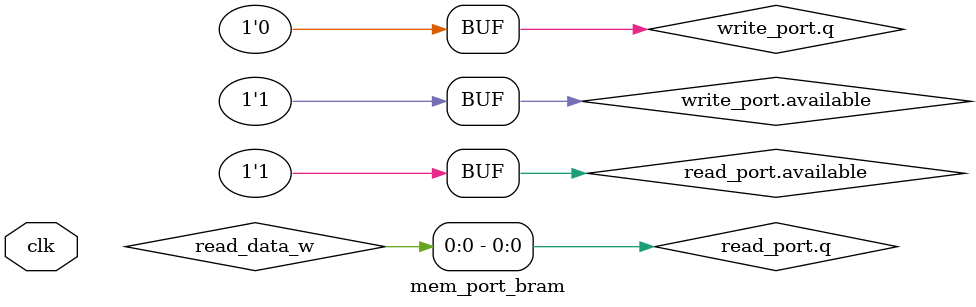
<source format=sv>

module mem_port_bram #(
    parameter ADDR_WIDTH = 14  // 16K words x 4 bytes = 64KB
) (
    input clk,
    mem_port_if.controller write_port,
    mem_port_if.controller read_port
);

    // Internal signals from sdpram32
    wire [31:0] read_data_w;

    // Instantiate the blockram
    sdpram32 #(
        .ADDR_WIDTH(ADDR_WIDTH)
    ) bram (
        .clk(clk),
        .write_addr(write_port.addr[ADDR_WIDTH-1:0]),
        .write_data(write_port.data),
        .write_enable(write_port.wr),
        .byte_enable(write_port.byte_en),
        .read_addr(read_port.addr[ADDR_WIDTH-1:0]),
        .read_enable(read_port.rd),
        .read_data(read_data_w)
    );

    // Write port: generate ready 1 cycle after wr
    reg write_ready_r;
    always_ff @(posedge clk) begin
        write_ready_r <= write_port.wr;
    end

    assign write_port.ready = write_ready_r;
    assign write_port.available = 1'b1;
    assign write_port.q = '0;

    // Read port: generate ready 2 cycles after rd (matching sdpram32 pipeline)
    reg read_pending_r;
    reg read_ready_r;
    always_ff @(posedge clk) begin
        read_pending_r <= read_port.rd;
        read_ready_r <= read_pending_r;
    end

    assign read_port.ready = read_ready_r;
    assign read_port.available = 1'b1;
    assign read_port.q = read_data_w;

endmodule

</source>
